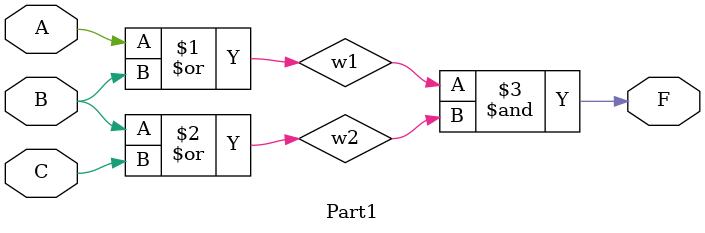
<source format=v>
module  Part1 (A,B,C,F);
  output	F;
  input		A,B,C;
  wire		w1,w2;

  or		G1 (w1,A,B);
  or		G2 (w2,B,C);
  and		G3 (F,w1,w2);
endmodule
</source>
